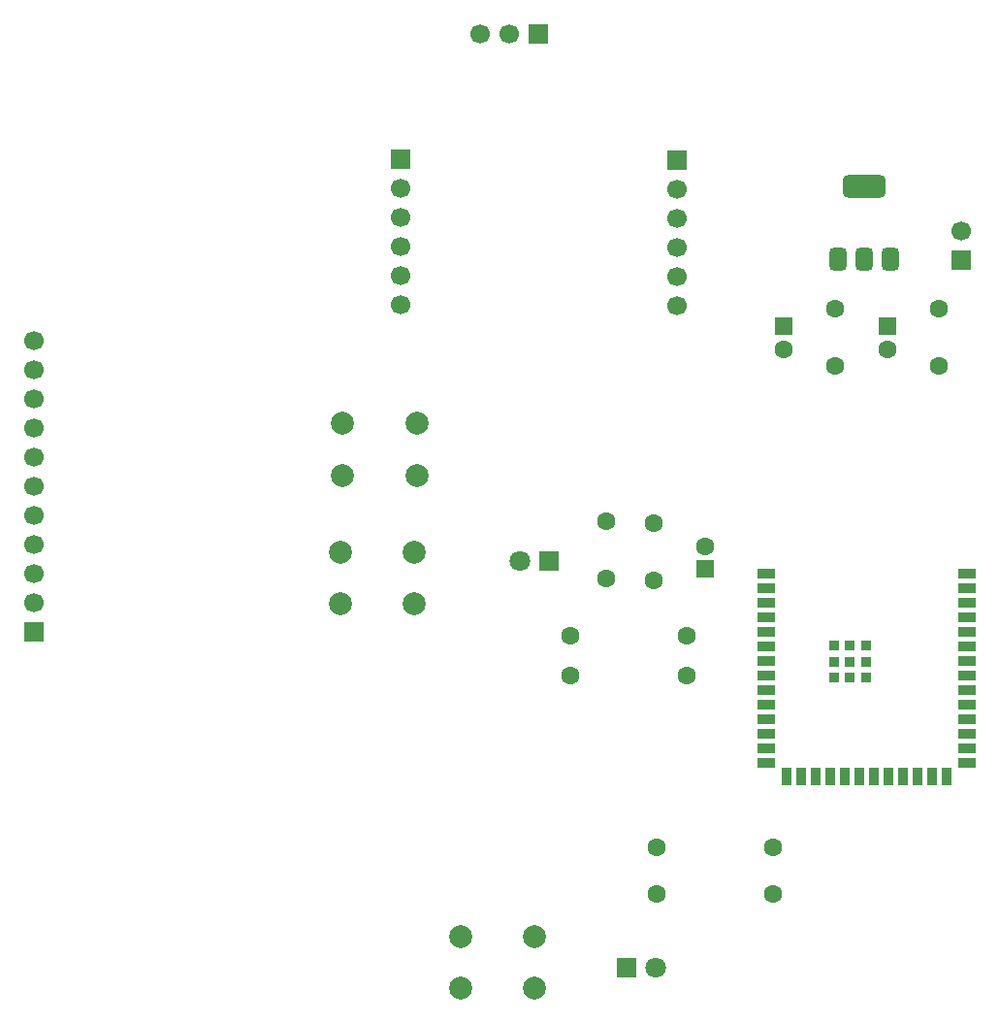
<source format=gbr>
%TF.GenerationSoftware,KiCad,Pcbnew,9.0.5*%
%TF.CreationDate,2025-11-26T15:00:46+01:00*%
%TF.ProjectId,planA,706c616e-412e-46b6-9963-61645f706362,rev?*%
%TF.SameCoordinates,Original*%
%TF.FileFunction,Soldermask,Top*%
%TF.FilePolarity,Negative*%
%FSLAX46Y46*%
G04 Gerber Fmt 4.6, Leading zero omitted, Abs format (unit mm)*
G04 Created by KiCad (PCBNEW 9.0.5) date 2025-11-26 15:00:46*
%MOMM*%
%LPD*%
G01*
G04 APERTURE LIST*
G04 Aperture macros list*
%AMRoundRect*
0 Rectangle with rounded corners*
0 $1 Rounding radius*
0 $2 $3 $4 $5 $6 $7 $8 $9 X,Y pos of 4 corners*
0 Add a 4 corners polygon primitive as box body*
4,1,4,$2,$3,$4,$5,$6,$7,$8,$9,$2,$3,0*
0 Add four circle primitives for the rounded corners*
1,1,$1+$1,$2,$3*
1,1,$1+$1,$4,$5*
1,1,$1+$1,$6,$7*
1,1,$1+$1,$8,$9*
0 Add four rect primitives between the rounded corners*
20,1,$1+$1,$2,$3,$4,$5,0*
20,1,$1+$1,$4,$5,$6,$7,0*
20,1,$1+$1,$6,$7,$8,$9,0*
20,1,$1+$1,$8,$9,$2,$3,0*%
G04 Aperture macros list end*
%ADD10RoundRect,0.375000X0.375000X-0.625000X0.375000X0.625000X-0.375000X0.625000X-0.375000X-0.625000X0*%
%ADD11RoundRect,0.500000X1.400000X-0.500000X1.400000X0.500000X-1.400000X0.500000X-1.400000X-0.500000X0*%
%ADD12C,1.600000*%
%ADD13R,1.800000X1.800000*%
%ADD14C,1.800000*%
%ADD15RoundRect,0.250000X-0.550000X0.550000X-0.550000X-0.550000X0.550000X-0.550000X0.550000X0.550000X0*%
%ADD16R,1.700000X1.700000*%
%ADD17C,1.700000*%
%ADD18RoundRect,0.250000X0.550000X-0.550000X0.550000X0.550000X-0.550000X0.550000X-0.550000X-0.550000X0*%
%ADD19C,2.000000*%
%ADD20R,1.500000X0.900000*%
%ADD21R,0.900000X1.500000*%
%ADD22R,0.900000X0.900000*%
G04 APERTURE END LIST*
D10*
%TO.C,U2*%
X136950000Y-72820000D03*
X139250000Y-72820000D03*
D11*
X139250000Y-66520000D03*
D10*
X141550000Y-72820000D03*
%TD*%
D12*
%TO.C,C2*%
X145750000Y-77170000D03*
X145750000Y-82170000D03*
%TD*%
D13*
%TO.C,Power*%
X111750000Y-99170000D03*
D14*
X109210000Y-99170000D03*
%TD*%
D12*
%TO.C,R4*%
X121170000Y-124170000D03*
X131330000Y-124170000D03*
%TD*%
D15*
%TO.C,C1*%
X141250000Y-78670000D03*
D12*
X141250000Y-80670000D03*
%TD*%
D16*
%TO.C,Battery*%
X147750000Y-72945000D03*
D17*
X147750000Y-70405000D03*
%TD*%
D16*
%TO.C,SN1*%
X66750000Y-105370000D03*
D17*
X66750000Y-102830000D03*
X66750000Y-100290000D03*
X66750000Y-97750000D03*
X66750000Y-95210000D03*
X66750000Y-92670000D03*
X66750000Y-90130000D03*
X66750000Y-87590000D03*
X66750000Y-85050000D03*
X66750000Y-82510000D03*
X66750000Y-79970000D03*
%TD*%
D18*
%TO.C,C5*%
X125400000Y-99860000D03*
D12*
X125400000Y-97860000D03*
%TD*%
%TO.C,C7*%
X116750000Y-100670000D03*
X116750000Y-95670000D03*
%TD*%
D16*
%TO.C,J1*%
X98750000Y-64130000D03*
D17*
X98750000Y-66670000D03*
X98750000Y-69210000D03*
X98750000Y-71750000D03*
X98750000Y-74290000D03*
X98750000Y-76830000D03*
%TD*%
D12*
%TO.C,R1*%
X123750000Y-109170000D03*
X113590000Y-109170000D03*
%TD*%
D19*
%TO.C,Boot*%
X93500000Y-98420000D03*
X100000000Y-98420000D03*
X93500000Y-102920000D03*
X100000000Y-102920000D03*
%TD*%
D15*
%TO.C,C3*%
X132250000Y-78670000D03*
D12*
X132250000Y-80670000D03*
%TD*%
%TO.C,R2*%
X123750000Y-105670000D03*
X113590000Y-105670000D03*
%TD*%
D16*
%TO.C,USB Vcc Bat.*%
X110830000Y-53170000D03*
D17*
X108290000Y-53170000D03*
X105750000Y-53170000D03*
%TD*%
D19*
%TO.C,Start/Stop*%
X104000000Y-131920000D03*
X110500000Y-131920000D03*
X104000000Y-136420000D03*
X110500000Y-136420000D03*
%TD*%
D13*
%TO.C,Wifi*%
X118475000Y-134670000D03*
D14*
X121015000Y-134670000D03*
%TD*%
D19*
%TO.C,Reset*%
X93750000Y-87170000D03*
X100250000Y-87170000D03*
X93750000Y-91670000D03*
X100250000Y-91670000D03*
%TD*%
D12*
%TO.C,R3*%
X121170000Y-128170000D03*
X131330000Y-128170000D03*
%TD*%
D16*
%TO.C,DRV8833*%
X122877500Y-64161250D03*
D17*
X122877500Y-66701250D03*
X122877500Y-69241250D03*
X122877500Y-71781250D03*
X122877500Y-74321250D03*
X122877500Y-76861250D03*
%TD*%
D20*
%TO.C,U1*%
X130750000Y-100240000D03*
X130750000Y-101510000D03*
X130750000Y-102780000D03*
X130750000Y-104050000D03*
X130750000Y-105320000D03*
X130750000Y-106590000D03*
X130750000Y-107860000D03*
X130750000Y-109130000D03*
X130750000Y-110400000D03*
X130750000Y-111670000D03*
X130750000Y-112940000D03*
X130750000Y-114210000D03*
X130750000Y-115480000D03*
X130750000Y-116750000D03*
D21*
X132515000Y-118000000D03*
X133785000Y-118000000D03*
X135055000Y-118000000D03*
X136325000Y-118000000D03*
X137595000Y-118000000D03*
X138865000Y-118000000D03*
X140135000Y-118000000D03*
X141405000Y-118000000D03*
X142675000Y-118000000D03*
X143945000Y-118000000D03*
X145215000Y-118000000D03*
X146485000Y-118000000D03*
D20*
X148250000Y-116750000D03*
X148250000Y-115480000D03*
X148250000Y-114210000D03*
X148250000Y-112940000D03*
X148250000Y-111670000D03*
X148250000Y-110400000D03*
X148250000Y-109130000D03*
X148250000Y-107860000D03*
X148250000Y-106590000D03*
X148250000Y-105320000D03*
X148250000Y-104050000D03*
X148250000Y-102780000D03*
X148250000Y-101510000D03*
X148250000Y-100240000D03*
D22*
X136600000Y-106560000D03*
X136600000Y-107960000D03*
X136600000Y-109360000D03*
X136600000Y-109360000D03*
X138000000Y-106560000D03*
X138000000Y-106560000D03*
X138000000Y-107960000D03*
X138000000Y-109360000D03*
X139400000Y-106560000D03*
X139400000Y-107960000D03*
X139400000Y-109360000D03*
%TD*%
D12*
%TO.C,C4*%
X136750000Y-77170000D03*
X136750000Y-82170000D03*
%TD*%
%TO.C,C6*%
X120900000Y-100860000D03*
X120900000Y-95860000D03*
%TD*%
M02*

</source>
